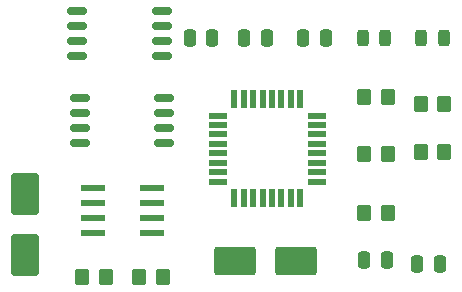
<source format=gbr>
%TF.GenerationSoftware,KiCad,Pcbnew,9.0.2*%
%TF.CreationDate,2025-09-15T18:19:50+05:45*%
%TF.ProjectId,MCU datalogger,4d435520-6461-4746-916c-6f676765722e,rev?*%
%TF.SameCoordinates,Original*%
%TF.FileFunction,Paste,Top*%
%TF.FilePolarity,Positive*%
%FSLAX46Y46*%
G04 Gerber Fmt 4.6, Leading zero omitted, Abs format (unit mm)*
G04 Created by KiCad (PCBNEW 9.0.2) date 2025-09-15 18:19:50*
%MOMM*%
%LPD*%
G01*
G04 APERTURE LIST*
G04 Aperture macros list*
%AMRoundRect*
0 Rectangle with rounded corners*
0 $1 Rounding radius*
0 $2 $3 $4 $5 $6 $7 $8 $9 X,Y pos of 4 corners*
0 Add a 4 corners polygon primitive as box body*
4,1,4,$2,$3,$4,$5,$6,$7,$8,$9,$2,$3,0*
0 Add four circle primitives for the rounded corners*
1,1,$1+$1,$2,$3*
1,1,$1+$1,$4,$5*
1,1,$1+$1,$6,$7*
1,1,$1+$1,$8,$9*
0 Add four rect primitives between the rounded corners*
20,1,$1+$1,$2,$3,$4,$5,0*
20,1,$1+$1,$4,$5,$6,$7,0*
20,1,$1+$1,$6,$7,$8,$9,0*
20,1,$1+$1,$8,$9,$2,$3,0*%
G04 Aperture macros list end*
%ADD10RoundRect,0.068750X-0.206250X-0.666250X0.206250X-0.666250X0.206250X0.666250X-0.206250X0.666250X0*%
%ADD11RoundRect,0.068750X-0.666250X-0.206250X0.666250X-0.206250X0.666250X0.206250X-0.666250X0.206250X0*%
%ADD12RoundRect,0.073750X-0.911250X-0.221250X0.911250X-0.221250X0.911250X0.221250X-0.911250X0.221250X0*%
%ADD13RoundRect,0.162500X-0.650000X-0.162500X0.650000X-0.162500X0.650000X0.162500X-0.650000X0.162500X0*%
%ADD14RoundRect,0.250000X0.250000X0.475000X-0.250000X0.475000X-0.250000X-0.475000X0.250000X-0.475000X0*%
%ADD15RoundRect,0.250000X-0.250000X-0.475000X0.250000X-0.475000X0.250000X0.475000X-0.250000X0.475000X0*%
%ADD16RoundRect,0.250000X-0.350000X-0.450000X0.350000X-0.450000X0.350000X0.450000X-0.350000X0.450000X0*%
%ADD17RoundRect,0.250001X-1.499999X-0.949999X1.499999X-0.949999X1.499999X0.949999X-1.499999X0.949999X0*%
%ADD18RoundRect,0.243750X0.243750X0.456250X-0.243750X0.456250X-0.243750X-0.456250X0.243750X-0.456250X0*%
%ADD19RoundRect,0.243750X-0.243750X-0.456250X0.243750X-0.456250X0.243750X0.456250X-0.243750X0.456250X0*%
%ADD20RoundRect,0.250000X0.350000X0.450000X-0.350000X0.450000X-0.350000X-0.450000X0.350000X-0.450000X0*%
%ADD21RoundRect,0.250001X0.949999X-1.499999X0.949999X1.499999X-0.949999X1.499999X-0.949999X-1.499999X0*%
G04 APERTURE END LIST*
D10*
%TO.C,U3*%
X1962450000Y-2094580000D03*
X1963250000Y-2094580000D03*
X1964050000Y-2094580000D03*
X1964850000Y-2094580000D03*
X1965650000Y-2094580000D03*
X1966450000Y-2094580000D03*
X1967250000Y-2094580000D03*
X1968050000Y-2094580000D03*
D11*
X1969420000Y-2095950000D03*
X1969420000Y-2096750000D03*
X1969420000Y-2097550000D03*
X1969420000Y-2098350000D03*
X1969420000Y-2099150000D03*
X1969420000Y-2099950000D03*
X1969420000Y-2100750000D03*
X1969420000Y-2101550000D03*
D10*
X1968050000Y-2102920000D03*
X1967250000Y-2102920000D03*
X1966450000Y-2102920000D03*
X1965650000Y-2102920000D03*
X1964850000Y-2102920000D03*
X1964050000Y-2102920000D03*
X1963250000Y-2102920000D03*
X1962450000Y-2102920000D03*
D11*
X1961080000Y-2101550000D03*
X1961080000Y-2100750000D03*
X1961080000Y-2099950000D03*
X1961080000Y-2099150000D03*
X1961080000Y-2098350000D03*
X1961080000Y-2097550000D03*
X1961080000Y-2096750000D03*
X1961080000Y-2095950000D03*
%TD*%
D12*
%TO.C,U4*%
X1950525000Y-2102095000D03*
X1950525000Y-2103365000D03*
X1950525000Y-2104635000D03*
X1950525000Y-2105905000D03*
X1955475000Y-2105905000D03*
X1955475000Y-2104635000D03*
X1955475000Y-2103365000D03*
X1955475000Y-2102095000D03*
%TD*%
D13*
%TO.C,U1*%
X1949162500Y-2087095000D03*
X1949162500Y-2088365000D03*
X1949162500Y-2089635000D03*
X1949162500Y-2090905000D03*
X1956337500Y-2090905000D03*
X1956337500Y-2089635000D03*
X1956337500Y-2088365000D03*
X1956337500Y-2087095000D03*
%TD*%
D14*
%TO.C,C4*%
X1975350000Y-2108200000D03*
X1973450000Y-2108200000D03*
%TD*%
%TO.C,C2*%
X1979850000Y-2108500000D03*
X1977950000Y-2108500000D03*
%TD*%
D15*
%TO.C,C3*%
X1963287500Y-2089350000D03*
X1965187500Y-2089350000D03*
%TD*%
D13*
%TO.C,U2*%
X1949362500Y-2094495000D03*
X1949362500Y-2095765000D03*
X1949362500Y-2097035000D03*
X1949362500Y-2098305000D03*
X1956537500Y-2098305000D03*
X1956537500Y-2097035000D03*
X1956537500Y-2095765000D03*
X1956537500Y-2094495000D03*
%TD*%
D16*
%TO.C,R3*%
X1973450000Y-2104200000D03*
X1975450000Y-2104200000D03*
%TD*%
%TO.C,R4*%
X1973450000Y-2099200000D03*
X1975450000Y-2099200000D03*
%TD*%
D17*
%TO.C,Y2*%
X1962500000Y-2108250000D03*
X1967700000Y-2108250000D03*
%TD*%
D16*
%TO.C,R7*%
X1973450000Y-2094400000D03*
X1975450000Y-2094400000D03*
%TD*%
D18*
%TO.C,D1*%
X1980175000Y-2089400000D03*
X1978300000Y-2089400000D03*
%TD*%
D16*
%TO.C,R2*%
X1954400000Y-2109600000D03*
X1956400000Y-2109600000D03*
%TD*%
D19*
%TO.C,D2*%
X1973325000Y-2089400000D03*
X1975200000Y-2089400000D03*
%TD*%
D14*
%TO.C,C5*%
X1970187500Y-2089350000D03*
X1968287500Y-2089350000D03*
%TD*%
D16*
%TO.C,R6*%
X1978250000Y-2099000000D03*
X1980250000Y-2099000000D03*
%TD*%
%TO.C,R5*%
X1978250000Y-2095000000D03*
X1980250000Y-2095000000D03*
%TD*%
D20*
%TO.C,R1*%
X1951600000Y-2109600000D03*
X1949600000Y-2109600000D03*
%TD*%
D21*
%TO.C,Y1*%
X1944750000Y-2107750000D03*
X1944750000Y-2102550000D03*
%TD*%
D15*
%TO.C,C1*%
X1958687500Y-2089350000D03*
X1960587500Y-2089350000D03*
%TD*%
M02*

</source>
